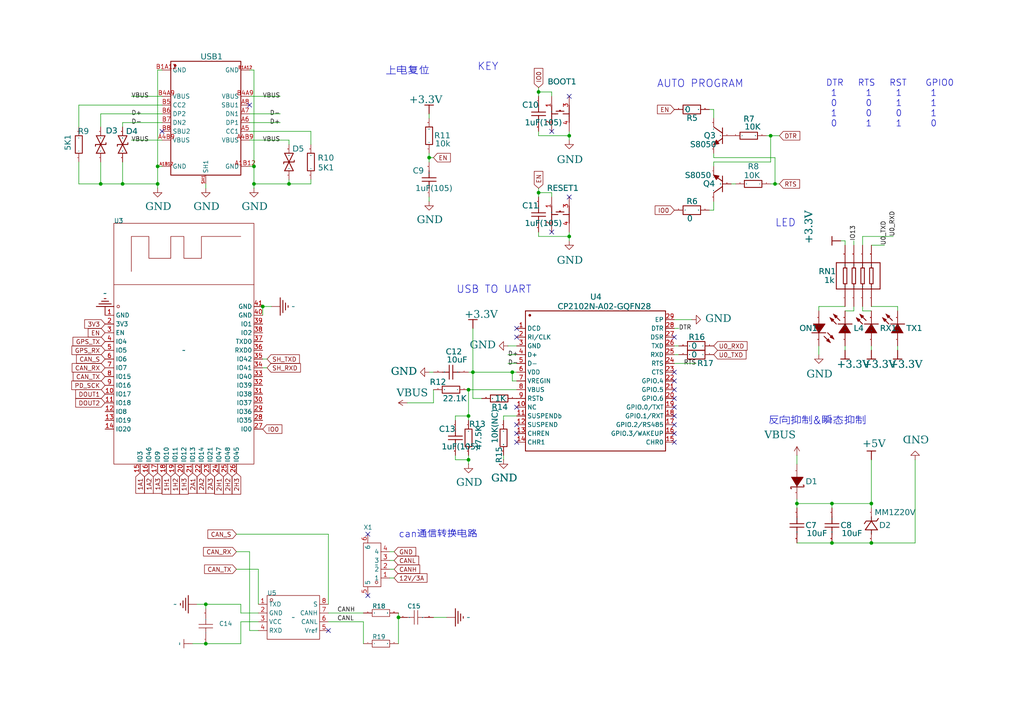
<source format=kicad_sch>
(kicad_sch (version 20231120) (generator "eeschema") (generator_version "8.0")
  (paper "A4")
  (lib_symbols
    (symbol "3V3" (power) (pin_numbers hide) (pin_names hide)
      (property "Value" "3V3" (at 0 3.81 0))
      (symbol "3V3_0_0"
        (pin power_in line (at 0 0 270) (length 0) (name "3V3") (number "1"))
      )
    )
    (symbol "C0402X5R105K500NT"
      (property "Reference" "C12" (at -4.699 3.3909 0))
      (property "Value" "1uF" (at -4.572 -1.6637 0))
      (symbol "C0402X5R105K500NT_0_0"
        (pin unspecified line (at 0 -5.08 90) (length 2.54) (name "1") (number "1"))
        (pin unspecified line (at 0 5.08 270) (length 2.54) (name "2") (number "2"))
      )
    )
    (symbol "C0402X5R105K500NT_1"
      (property "Reference" "C3" (at -4.699 3.3909 0))
      (property "Value" "1uF" (at -4.572 -1.6637 0))
      (symbol "C0402X5R105K500NT_1_0_0"
        (pin unspecified line (at 0 -5.08 90) (length 2.54) (name "1") (number "1"))
        (pin unspecified line (at 0 5.08 270) (length 2.54) (name "2") (number "2"))
      )
    )
    (symbol "C0603X5R106M350NT"
      (property "Reference" "C11" (at -1.4986 6.7691 0))
      (property "Value" "10uF" (at -1.4986 4.4831 0))
      (symbol "C0603X5R106M350NT_0_0"
        (pin unspecified line (at 5.08 0 180) (length 2.54) (name "1") (number "1"))
        (pin unspecified line (at -5.08 0 0) (length 2.54) (name "2") (number "2"))
      )
    )
    (symbol "C0603X5R106M350NT_1"
      (property "Reference" "C1" (at 2.54 0.8763 0))
      (property "Value" "10uF" (at 2.54 -1.4097 0))
      (symbol "C0603X5R106M350NT_1_0_0"
        (pin unspecified line (at 0 5.08 270) (length 2.54) (name "1") (number "1"))
        (pin unspecified line (at 0 -5.08 90) (length 2.54) (name "2") (number "2"))
      )
    )
    (symbol "C0603X5R106M350NT_2"
      (property "Reference" "C2" (at 2.54 0.8763 0))
      (property "Value" "10uF" (at 2.54 -1.4097 0))
      (symbol "C0603X5R106M350NT_2_0_0"
        (pin unspecified line (at 0 5.08 270) (length 2.54) (name "1") (number "1"))
        (pin unspecified line (at 0 -5.08 90) (length 2.54) (name "2") (number "2"))
      )
    )
    (symbol "C0603X5R106M350NT_8"
      (property "Reference" "C4" (at -4.699 3.4163 0))
      (property "Value" "1uF" (at -4.572 -1.6383 0))
      (symbol "C0603X5R106M350NT_8_0_0"
        (pin unspecified line (at 0 5.08 270) (length 2.54) (name "1") (number "1"))
        (pin unspecified line (at 0 -5.08 90) (length 2.54) (name "2") (number "2"))
      )
    )
    (symbol "C0603X5R106M350NT_9"
      (property "Reference" "C5" (at -4.699 3.4163 0))
      (property "Value" "1uF" (at -4.572 -1.6383 0))
      (symbol "C0603X5R106M350NT_9_0_0"
        (pin unspecified line (at 0 5.08 270) (length 2.54) (name "1") (number "1"))
        (pin unspecified line (at 0 -5.08 90) (length 2.54) (name "2") (number "2"))
      )
    )
    (symbol "CP2102N-A02-GQFN28"
      (property "Reference" "U8" (at -1.4986 25.2095 0))
      (property "Value" "CP2102N-A02-GQFN28" (at -12.7508 22.4917 0))
      (symbol "CP2102N-A02-GQFN28_0_0"
        (pin unspecified line (at -22.86 15.24 0) (length 2.54) (name "DCD") (number "1"))
        (pin unspecified line (at -22.86 -7.62 0) (length 2.54) (name "NC") (number "10"))
        (pin unspecified line (at -22.86 -10.16 0) (length 2.54) (name "SUSPENDb") (number "11"))
        (pin unspecified line (at -22.86 -12.7 0) (length 2.54) (name "SUSPEND") (number "12"))
        (pin unspecified line (at -22.86 -15.24 0) (length 2.54) (name "CHREN") (number "13"))
        (pin unspecified line (at -22.86 -17.78 0) (length 2.54) (name "CHR1") (number "14"))
        (pin unspecified line (at 22.86 -17.78 180) (length 2.54) (name "CHR0") (number "15"))
        (pin unspecified line (at 22.86 -15.24 180) (length 2.54) (name "GPIO.3/WAKEUP") (number "16"))
        (pin unspecified line (at 22.86 -12.7 180) (length 2.54) (name "GPIO.2/RS485") (number "17"))
        (pin unspecified line (at 22.86 -10.16 180) (length 2.54) (name "GPIO.1/RXT") (number "18"))
        (pin unspecified line (at 22.86 -7.62 180) (length 2.54) (name "GPIO.0/TXT") (number "19"))
        (pin unspecified line (at -22.86 12.7 0) (length 2.54) (name "RI/CLK") (number "2"))
        (pin unspecified line (at 22.86 -5.08 180) (length 2.54) (name "GPIO.6") (number "20"))
        (pin unspecified line (at 22.86 -2.54 180) (length 2.54) (name "GPIO.5") (number "21"))
        (pin unspecified line (at 22.86 0 180) (length 2.54) (name "GPIO.4") (number "22"))
        (pin unspecified line (at 22.86 2.54 180) (length 2.54) (name "CTS") (number "23"))
        (pin unspecified line (at 22.86 5.08 180) (length 2.54) (name "RTS") (number "24"))
        (pin unspecified line (at 22.86 7.62 180) (length 2.54) (name "RXD") (number "25"))
        (pin unspecified line (at 22.86 10.16 180) (length 2.54) (name "TXD") (number "26"))
        (pin unspecified line (at 22.86 12.7 180) (length 2.54) (name "DSR") (number "27"))
        (pin unspecified line (at 22.86 15.24 180) (length 2.54) (name "DTR") (number "28"))
        (pin unspecified line (at 22.86 17.78 180) (length 2.54) (name "EP") (number "29"))
        (pin unspecified line (at -22.86 10.16 0) (length 2.54) (name "GND") (number "3"))
        (pin unspecified line (at -22.86 7.62 0) (length 2.54) (name "D+") (number "4"))
        (pin unspecified line (at -22.86 5.08 0) (length 2.54) (name "D-") (number "5"))
        (pin unspecified line (at -22.86 2.54 0) (length 2.54) (name "VDD") (number "6"))
        (pin unspecified line (at -22.86 0 0) (length 2.54) (name "VREGIN") (number "7"))
        (pin unspecified line (at -22.86 -2.54 0) (length 2.54) (name "VBUS") (number "8"))
        (pin unspecified line (at -22.86 -5.08 0) (length 2.54) (name "RSTb") (number "9"))
      )
    )
    (symbol "CR0402JF0101G"
      (property "Reference" "R2" (at -0.2286 4.6609 0))
      (property "Value" "5K1" (at -0.8763 -2.1082 90))
      (symbol "CR0402JF0101G_0_0"
        (pin input line (at 0 -5.08 90) (length 2.54) (name "1") (number "1"))
        (pin input line (at 0 5.08 270) (length 2.54) (name "2") (number "2"))
      )
    )
    (symbol "CR0402JF0101G_1"
      (property "Reference" "R1" (at -4.0386 2.1209 0))
      (property "Value" "5K1" (at -5.9182 -0.3937 0))
      (symbol "CR0402JF0101G_1_0_0"
        (pin input line (at 0 -5.08 90) (length 2.54) (name "1") (number "1"))
        (pin input line (at 0 5.08 270) (length 2.54) (name "2") (number "2"))
      )
    )
    (symbol "CR0402JF0101G_12"
      (property "Reference" "R16" (at -7.239 2.1209 0))
      (property "Value" "22.1K" (at -2.7432 -1.6637 0))
      (symbol "CR0402JF0101G_12_0_0"
        (pin input line (at 5.08 0 180) (length 2.54) (name "1") (number "1"))
        (pin input line (at -5.08 0 0) (length 2.54) (name "2") (number "2"))
      )
    )
    (symbol "CR0402JF0101G_13"
      (property "Reference" "R17" (at 1.6256 -0.3937 0))
      (property "Value" "47.5K" (at 0.7112 -2.9337 0))
      (symbol "CR0402JF0101G_13_0_0"
        (pin input line (at 0 -5.08 90) (length 2.54) (name "1") (number "1"))
        (pin input line (at 0 5.08 270) (length 2.54) (name "2") (number "2"))
      )
    )
    (symbol "CR0402JF0101G_14"
      (property "Reference" "R5" (at 1.524 0.8763 0))
      (property "Value" "10kΩ" (at 1.524 -1.4097 0))
      (symbol "CR0402JF0101G_14_0_0"
        (pin input line (at 0 -5.08 90) (length 2.54) (name "1") (number "1"))
        (pin input line (at 0 5.08 270) (length 2.54) (name "2") (number "2"))
      )
    )
    (symbol "CR0402JF0101G_2"
      (property "Reference" "R6" (at -1.4986 5.7023 0))
      (property "Value" "10KΩ" (at -1.4986 3.4671 0))
      (symbol "CR0402JF0101G_2_0_0"
        (pin input line (at -5.08 0 0) (length 2.54) (name "1") (number "1"))
        (pin input line (at 5.08 0 180) (length 2.54) (name "2") (number "2"))
      )
    )
    (symbol "CR0402JF0101G_3"
      (property "Reference" "R7" (at -1.4986 5.8801 0))
      (property "Value" "10KΩ" (at -2.9718 3.3401 0))
      (symbol "CR0402JF0101G_3_0_0"
        (pin input line (at -5.08 0 0) (length 2.54) (name "1") (number "1"))
        (pin input line (at 5.08 0 180) (length 2.54) (name "2") (number "2"))
      )
    )
    (symbol "CR0402JF0101G_6"
      (property "Reference" "R18" (at -2.1209 -7.239 90))
      (property "Value" "10K(NC)" (at -3.3909 -2.0574 90))
      (symbol "CR0402JF0101G_6_0_0"
        (pin input line (at 0 -5.08 90) (length 2.54) (name "1") (number "1"))
        (pin input line (at 0 5.08 270) (length 2.54) (name "2") (number "2"))
      )
    )
    (symbol "CR0402JF0101G_7"
      (property "Reference" "R15" (at -2.159 -1.6637 0))
      (property "Value" "1K" (at -1.4478 0.8763 0))
      (symbol "CR0402JF0101G_7_0_0"
        (pin input line (at 5.08 0 180) (length 2.54) (name "1") (number "1"))
        (pin input line (at -5.08 0 0) (length 2.54) (name "2") (number "2"))
      )
    )
    (symbol "ESP_3V3" (power) (pin_numbers hide) (pin_names hide)
      (property "Value" "ESP_3V3" (at 0 3.81 0))
      (symbol "ESP_3V3_0_0"
        (pin power_in line (at 0 0 270) (length 0) (name "ESP_3V3") (number "1"))
      )
    )
    (symbol "LED-0603_R"
      (property "Reference" "ON" (at -5.588 0.8763 0))
      (symbol "LED-0603_R_0_0"
        (pin unspecified line (at 0 5.08 270) (length 3.81) (name "1") (number "1"))
        (pin unspecified line (at 0 -5.08 90) (length 3.81) (name "2") (number "2"))
      )
    )
    (symbol "LED-0603_R_1"
      (property "Reference" "L" (at 2.54 0.8763 0))
      (symbol "LED-0603_R_1_0_0"
        (pin unspecified line (at 0 -5.08 90) (length 3.81) (name "1") (number "1"))
        (pin unspecified line (at 0 5.08 270) (length 3.81) (name "2") (number "2"))
      )
    )
    (symbol "LED-0603_R_2"
      (property "Reference" "RX" (at 2.54 0.8763 0))
      (symbol "LED-0603_R_2_0_0"
        (pin unspecified line (at 0 -5.08 90) (length 3.81) (name "1") (number "1"))
        (pin unspecified line (at 0 5.08 270) (length 3.81) (name "2") (number "2"))
      )
    )
    (symbol "LED-0603_R_3"
      (property "Reference" "TX" (at 2.54 0.8763 0))
      (symbol "LED-0603_R_3_0_0"
        (pin unspecified line (at 0 -5.08 90) (length 3.81) (name "1") (number "1"))
        (pin unspecified line (at 0 5.08 270) (length 3.81) (name "2") (number "2"))
      )
    )
    (symbol "LESD5D5.0CT1G_3"
      (property "Reference" "D4" (at 1.016 4.6609 0))
      (symbol "LESD5D5.0CT1G_3_0_0"
        (pin unspecified line (at 0 -5.08 90) (length 2.54) (name "1") (number "1"))
        (pin unspecified line (at 0 5.08 270) (length 2.54) (name "2") (number "2"))
      )
    )
    (symbol "LESD5D5.0CT1G_4"
      (property "Reference" "D3" (at 1.016 4.6609 0))
      (symbol "LESD5D5.0CT1G_4_0_0"
        (pin unspecified line (at 0 -5.08 90) (length 2.54) (name "1") (number "1"))
        (pin unspecified line (at 0 5.08 270) (length 2.54) (name "2") (number "2"))
      )
    )
    (symbol "LESD5D5.0CT1G_5"
      (property "Reference" "D2" (at 1.016 4.6609 0))
      (symbol "LESD5D5.0CT1G_5_0_0"
        (pin unspecified line (at 0 -5.08 90) (length 2.54) (name "1") (number "1"))
        (pin unspecified line (at 0 5.08 270) (length 2.54) (name "2") (number "2"))
      )
    )
    (symbol "MBR120VLSFT1G"
      (property "Reference" "D1" (at 2.54 0.8763 0))
      (symbol "MBR120VLSFT1G_0_0"
        (pin unspecified line (at 0 -5.08 90) (length 3.81) (name "K") (number "1"))
        (pin unspecified line (at 0 5.08 270) (length 3.81) (name "A") (number "2"))
      )
    )
    (symbol "MM1Z20V"
      (property "Reference" "D9" (at 2.286 0.8763 0))
      (property "Value" "MM1Z20V" (at 0.8636 4.6609 0))
      (symbol "MM1Z20V_0_0"
        (pin unspecified line (at 0 5.08 270) (length 2.54) (name "K") (number "1"))
        (pin unspecified line (at 0 -5.08 90) (length 2.54) (name "A") (number "2"))
      )
    )
    (symbol "PTFR0603B649KP9"
      (property "Reference" "R8" (at -1.4986 -1.6637 0))
      (property "Value" "0Ω" (at -2.1336 0.8763 0))
      (symbol "PTFR0603B649KP9_0_0"
        (pin unspecified line (at 5.08 0 180) (length 2.54) (name "1") (number "1"))
        (pin unspecified line (at -5.08 0 0) (length 2.54) (name "2") (number "2"))
      )
    )
    (symbol "PTFR0603B649KP9_1"
      (property "Reference" "R9" (at -1.4986 3.3909 0))
      (property "Value" "0Ω" (at -1.524 0.8763 0))
      (symbol "PTFR0603B649KP9_1_0_0"
        (pin unspecified line (at 5.08 0 180) (length 2.54) (name "1") (number "1"))
        (pin unspecified line (at -5.08 0 0) (length 2.54) (name "2") (number "2"))
      )
    )
    (symbol "PTFR0603B649KP9_2"
      (property "Reference" "R19" (at -2.159 3.3909 0))
      (property "Value" "0Ω" (at -1.524 0.8763 0))
      (symbol "PTFR0603B649KP9_2_0_0"
        (pin unspecified line (at 5.08 0 180) (length 2.54) (name "1") (number "1"))
        (pin unspecified line (at -5.08 0 0) (length 2.54) (name "2") (number "2"))
      )
    )
    (symbol "PTFR0603B649KP9_3"
      (property "Reference" "R20" (at 0.3556 -1.6637 0))
      (property "Value" "0Ω" (at -1.524 0.8763 0))
      (symbol "PTFR0603B649KP9_3_0_0"
        (pin unspecified line (at 5.08 0 180) (length 2.54) (name "1") (number "1"))
        (pin unspecified line (at -5.08 0 0) (length 2.54) (name "2") (number "2"))
      )
    )
    (symbol "ProDoc_CAN-easyedapro:5-Voltage" (power) (pin_numbers hide) (pin_names hide)
      (symbol "5-Voltage_1_0"
        (pin power_in line (at 0 0 90) (length 1.27) (name "") (number "1"))
      )
    )
    (symbol "ProDoc_CAN-easyedapro:AFC20-S04ACA-00"
      (property "Reference" "X" (at 0 0 0))
      (symbol "AFC20-S04ACA-00_1_0"
        (pin unspecified line (at -3.81 3.81 0) (length 2.54) (name "1") (number "1"))
        (pin unspecified line (at -3.81 1.27 0) (length 2.54) (name "2") (number "2"))
        (pin unspecified line (at -3.81 -1.27 0) (length 2.54) (name "3") (number "3"))
        (pin unspecified line (at -3.81 -3.81 0) (length 2.54) (name "4") (number "4"))
        (pin unspecified line (at 2.54 8.89 270) (length 2.54) (name "5") (number "5"))
        (pin unspecified line (at 2.54 -8.89 90) (length 2.54) (name "6") (number "6"))
      )
    )
    (symbol "ProDoc_CAN-easyedapro:CapAcitance"
      (symbol "CapAcitance_1_0"
        (pin input line (at -5.08 0 0) (length 2.54) (name "1") (number "1"))
        (pin input line (at 5.08 0 180) (length 2.54) (name "2") (number "2"))
      )
    )
    (symbol "ProDoc_CAN-easyedapro:Ground-GND" (power) (pin_numbers hide) (pin_names hide)
      (symbol "Ground-GND_1_0"
        (pin power_in line (at 0 0 270) (length 2.54) (name "") (number "1"))
      )
    )
    (symbol "ProDoc_CAN-easyedapro:TJA1050T/CM-YJLTY"
      (property "Reference" "U" (at 0 0 0))
      (symbol "TJA1050T/CM-YJLTY_1_0"
        (pin input line (at -10.16 3.81 0) (length 2.54) (name "TXD") (number "1"))
        (pin input line (at -10.16 1.27 0) (length 2.54) (name "GND") (number "2"))
        (pin input line (at -10.16 -1.27 0) (length 2.54) (name "VCC") (number "3"))
        (pin input line (at -10.16 -3.81 0) (length 2.54) (name "RXD") (number "4"))
        (pin input line (at 10.16 -3.81 180) (length 2.54) (name "Vref") (number "5"))
        (pin input line (at 10.16 -1.27 180) (length 2.54) (name "CANL") (number "6"))
        (pin input line (at 10.16 1.27 180) (length 2.54) (name "CANH") (number "7"))
        (pin input line (at 10.16 3.81 180) (length 2.54) (name "S") (number "8"))
      )
    )
    (symbol "ProDoc_CAN-easyedapro:电阻"
      (symbol "电阻_1_0"
        (pin input line (at -5.08 0 0) (length 2.54) (name "1") (number "1"))
        (pin input line (at 5.08 0 180) (length 2.54) (name "2") (number "2"))
      )
    )
    (symbol "ProDoc_Sch-easyedapro:Ground-GND" (power) (pin_numbers hide) (pin_names hide)
      (symbol "Ground-GND_1_0"
        (pin power_in line (at 0 0 270) (length 2.54) (name "") (number "1"))
      )
    )
    (symbol "ProDoc_Sch-easyedapro:esp32-s3-wroom-1(n16)"
      (property "Reference" "U" (at 0 0 0))
      (symbol "esp32-s3-wroom-1(n16)_1_0"
        (pin unspecified line (at -22.86 10.16 0) (length 2.54) (name "GND") (number "1"))
        (pin unspecified line (at -22.86 -12.7 0) (length 2.54) (name "IO17") (number "10"))
        (pin unspecified line (at -22.86 -15.24 0) (length 2.54) (name "IO18") (number "11"))
        (pin unspecified line (at -22.86 -17.78 0) (length 2.54) (name "IO8") (number "12"))
        (pin unspecified line (at -22.86 -20.32 0) (length 2.54) (name "IO19") (number "13"))
        (pin unspecified line (at -22.86 -22.86 0) (length 2.54) (name "IO20") (number "14"))
        (pin unspecified line (at -12.7 -35.56 90) (length 2.54) (name "IO3") (number "15"))
        (pin unspecified line (at -10.16 -35.56 90) (length 2.54) (name "IO46") (number "16"))
        (pin unspecified line (at -7.62 -35.56 90) (length 2.54) (name "IO9") (number "17"))
        (pin unspecified line (at -5.08 -35.56 90) (length 2.54) (name "IO10") (number "18"))
        (pin unspecified line (at -2.54 -35.56 90) (length 2.54) (name "IO11") (number "19"))
        (pin unspecified line (at -22.86 7.62 0) (length 2.54) (name "3V3") (number "2"))
        (pin unspecified line (at 0 -35.56 90) (length 2.54) (name "IO12") (number "20"))
        (pin unspecified line (at 2.54 -35.56 90) (length 2.54) (name "IO13") (number "21"))
        (pin unspecified line (at 5.08 -35.56 90) (length 2.54) (name "IO14") (number "22"))
        (pin unspecified line (at 7.62 -35.56 90) (length 2.54) (name "IO21") (number "23"))
        (pin unspecified line (at 10.16 -35.56 90) (length 2.54) (name "IO47") (number "24"))
        (pin unspecified line (at 12.7 -35.56 90) (length 2.54) (name "IO48") (number "25"))
        (pin unspecified line (at 15.24 -35.56 90) (length 2.54) (name "IO45") (number "26"))
        (pin unspecified line (at 22.86 -22.86 180) (length 2.54) (name "IO0") (number "27"))
        (pin unspecified line (at 22.86 -20.32 180) (length 2.54) (name "IO35") (number "28"))
        (pin unspecified line (at 22.86 -17.78 180) (length 2.54) (name "IO36") (number "29"))
        (pin unspecified line (at -22.86 5.08 0) (length 2.54) (name "EN") (number "3"))
        (pin unspecified line (at 22.86 -15.24 180) (length 2.54) (name "IO37") (number "30"))
        (pin unspecified line (at 22.86 -12.7 180) (length 2.54) (name "IO38") (number "31"))
        (pin unspecified line (at 22.86 -10.16 180) (length 2.54) (name "IO39") (number "32"))
        (pin unspecified line (at 22.86 -7.62 180) (length 2.54) (name "IO40") (number "33"))
        (pin unspecified line (at 22.86 -5.08 180) (length 2.54) (name "IO41") (number "34"))
        (pin unspecified line (at 22.86 -2.54 180) (length 2.54) (name "IO42") (number "35"))
        (pin unspecified line (at 22.86 0 180) (length 2.54) (name "RXD0") (number "36"))
        (pin unspecified line (at 22.86 2.54 180) (length 2.54) (name "TXD0") (number "37"))
        (pin unspecified line (at 22.86 5.08 180) (length 2.54) (name "IO2") (number "38"))
        (pin unspecified line (at 22.86 7.62 180) (length 2.54) (name "IO1") (number "39"))
        (pin unspecified line (at -22.86 2.54 0) (length 2.54) (name "IO4") (number "4"))
        (pin unspecified line (at 22.86 10.16 180) (length 2.54) (name "GND") (number "40"))
        (pin unspecified line (at 22.86 12.7 180) (length 2.54) (name "GND") (number "41"))
        (pin unspecified line (at -22.86 0 0) (length 2.54) (name "IO5") (number "5"))
        (pin unspecified line (at -22.86 -2.54 0) (length 2.54) (name "IO6") (number "6"))
        (pin unspecified line (at -22.86 -5.08 0) (length 2.54) (name "IO7") (number "7"))
        (pin unspecified line (at -22.86 -7.62 0) (length 2.54) (name "IO15") (number "8"))
        (pin unspecified line (at -22.86 -10.16 0) (length 2.54) (name "IO16") (number "9"))
      )
    )
    (symbol "RC-ML08W102JT"
      (property "Reference" "RN1" (at -6.5024 2.1209 0))
      (property "Value" "1kΩ" (at -6.731 -0.3937 0))
      (symbol "RC-ML08W102JT_0_0"
        (pin input line (at 3.81 -8.89 90) (length 5.08) (name "1") (number "1"))
        (pin input line (at 1.27 -8.89 90) (length 5.08) (name "2") (number "2"))
        (pin input line (at -1.27 -8.89 90) (length 5.08) (name "3") (number "3"))
        (pin input line (at -3.81 -8.89 90) (length 5.08) (name "4") (number "4"))
        (pin input line (at -3.81 8.89 270) (length 5.08) (name "5") (number "5"))
        (pin input line (at -1.27 8.89 270) (length 5.08) (name "6") (number "6"))
        (pin input line (at 1.27 8.89 270) (length 5.08) (name "7") (number "7"))
        (pin input line (at 3.81 8.89 270) (length 5.08) (name "8") (number "8"))
      )
    )
    (symbol "S8050"
      (property "Reference" "Q1" (at -5.3848 0.9017 0))
      (property "Value" "S8050" (at -9.7536 -1.6383 0))
      (symbol "S8050_0_0"
        (pin input line (at 2.54 0 180) (length 2.54) (name "B") (number "1"))
        (pin input line (at -2.54 -5.08 90) (length 2.54) (name "E") (number "2"))
        (pin input line (at -2.54 5.08 270) (length 2.54) (name "C") (number "3"))
      )
    )
    (symbol "S8050_1"
      (property "Reference" "Q2" (at -2.2098 0.9017 0))
      (property "Value" "S8050" (at -2.921 3.3909 0))
      (symbol "S8050_1_0_0"
        (pin input line (at 2.54 0 180) (length 2.54) (name "B") (number "1"))
        (pin input line (at -2.54 5.08 270) (length 2.54) (name "E") (number "2"))
        (pin input line (at -2.54 -5.08 90) (length 2.54) (name "C") (number "3"))
      )
    )
    (symbol "TS-1145-B-A"
      (property "Reference" "BOOT" (at 2.0828 8.4963 0))
      (symbol "TS-1145-B-A_0_0"
        (pin unspecified line (at -2.54 5.08 270) (length 5.08) (name "1") (number "1"))
        (pin unspecified line (at -2.54 -5.08 90) (length 5.08) (name "2") (number "2"))
        (pin unspecified line (at 2.54 5.08 270) (length 5.08) (name "3") (number "3"))
        (pin unspecified line (at 2.54 -5.08 90) (length 5.08) (name "4") (number "4"))
      )
    )
    (symbol "TS-1145-B-A_1"
      (property "Reference" "RESET" (at 5.207 8.4963 0))
      (symbol "TS-1145-B-A_1_0_0"
        (pin unspecified line (at -2.54 5.08 270) (length 5.08) (name "1") (number "1"))
        (pin unspecified line (at -2.54 -5.08 90) (length 5.08) (name "2") (number "2"))
        (pin unspecified line (at 2.54 5.08 270) (length 5.08) (name "3") (number "3"))
        (pin unspecified line (at 2.54 -5.08 90) (length 5.08) (name "4") (number "4"))
      )
    )
    (symbol "U263-163N-4OS1735"
      (property "Reference" "USB1" (at -1.4986 19.9517 0))
      (symbol "U263-163N-4OS1735_0_0"
        (pin unspecified line (at 12.7 -2.54 180) (length 2.54) (name "CC1") (number "A5"))
        (pin unspecified line (at 12.7 0 180) (length 2.54) (name "DP1") (number "A6"))
        (pin unspecified line (at 12.7 2.54 180) (length 2.54) (name "DN1") (number "A7"))
        (pin unspecified line (at 12.7 5.08 180) (length 2.54) (name "SBU1") (number "A8"))
        (pin unspecified line (at -12.7 5.08 0) (length 2.54) (name "CC2") (number "B5"))
        (pin unspecified line (at -12.7 2.54 0) (length 2.54) (name "DP2") (number "B6"))
        (pin unspecified line (at -12.7 0 0) (length 2.54) (name "DN2") (number "B7"))
        (pin unspecified line (at -12.7 -2.54 0) (length 2.54) (name "SBU2") (number "B8"))
        (pin unspecified line (at 0 -17.78 90) (length 2.54) (name "SH1") (number "SH1"))
      )
      (symbol "U263-163N-4OS1735_1_0"
        (pin unspecified line (at -12.7 -12.7 0) (length 2.54) (name "GND") (number "A1B12"))
        (pin unspecified line (at 12.7 -12.7 180) (length 2.54) (name "GND") (number "A1B12"))
        (pin unspecified line (at -12.7 -5.08 0) (length 2.54) (name "VBUS") (number "A4B9"))
        (pin unspecified line (at 12.7 -5.08 180) (length 2.54) (name "VBUS") (number "A4B9"))
        (pin unspecified line (at -12.7 15.24 0) (length 2.54) (name "GND") (number "B1A12"))
        (pin unspecified line (at 12.7 15.24 180) (length 2.54) (name "GND") (number "B1A12"))
        (pin unspecified line (at -12.7 7.62 0) (length 2.54) (name "VBUS") (number "B4A9"))
        (pin unspecified line (at 12.7 7.62 180) (length 2.54) (name "VBUS") (number "B4A9"))
      )
    )
    (symbol "VIN" (power) (pin_numbers hide) (pin_names hide)
      (property "Value" "VIN" (at 0 3.81 0))
      (symbol "VIN_0_0"
        (pin power_in line (at 0 0 270) (length 0) (name "VIN") (number "1"))
      )
    )
    (symbol "power:GND" (power) (pin_numbers hide) (pin_names (offset 0) hide)
      (property "Value" "GND" (at 0 -3.81 0))
      (symbol "GND_1_1"
        (pin power_in line (at 0 0 270) (length 0) (name "~") (number "1"))
      )
    )
    (symbol "power:VBUS" (power) (pin_numbers hide) (pin_names (offset 0) hide)
      (property "Value" "VBUS" (at 0 3.556 0))
      (symbol "VBUS_1_1"
        (pin power_in line (at 0 0 90) (length 0) (name "~") (number "1"))
      )
    )
  )
  (junction (at 224.79 53.34))
  (junction (at 29.21 53.34))
  (junction (at 124.46 45.72))
  (junction (at 241.3 146.05))
  (junction (at 115.57 179.07))
  (junction (at 156.21 26.67))
  (junction (at 135.89 133.35))
  (junction (at 35.56 53.34))
  (junction (at 165.1 68.58))
  (junction (at 73.66 48.26))
  (junction (at 231.14 146.05))
  (junction (at 135.89 113.03))
  (junction (at 165.1 39.37))
  (junction (at 59.69 186.69))
  (junction (at 59.69 175.26))
  (junction (at 148.59 107.95))
  (junction (at 76.2 88.9))
  (junction (at 252.73 157.48))
  (junction (at 45.72 53.34))
  (junction (at 223.52 39.37))
  (junction (at 83.82 53.34))
  (junction (at 156.21 55.88))
  (junction (at 45.72 48.26))
  (junction (at 252.73 146.05))
  (junction (at 241.3 157.48))
  (junction (at 135.89 120.65))
  (junction (at 137.16 107.95))
  (junction (at 73.66 53.34))
  (no_connect (at 195.58 115.57))
  (no_connect (at 195.58 113.03))
  (no_connect (at 195.58 125.73))
  (no_connect (at 46.99 38.1))
  (no_connect (at 106.68 154.94))
  (no_connect (at 149.86 95.25))
  (no_connect (at 149.86 125.73))
  (no_connect (at 195.58 123.19))
  (no_connect (at 165.1 57.15))
  (no_connect (at 195.58 107.95))
  (no_connect (at 195.58 110.49))
  (no_connect (at 95.25 182.88))
  (no_connect (at 195.58 128.27))
  (no_connect (at 106.68 172.72))
  (no_connect (at 149.86 97.79))
  (no_connect (at 195.58 118.11))
  (no_connect (at 149.86 123.19))
  (no_connect (at 195.58 97.79))
  (no_connect (at 165.1 27.94))
  (no_connect (at 149.86 118.11))
  (no_connect (at 160.02 67.31))
  (no_connect (at 195.58 120.65))
  (no_connect (at 72.39 30.48))
  (no_connect (at 149.86 128.27))
  (no_connect (at 160.02 38.1))
  (wire (pts (xy 207.01 31.75) (xy 205.74 31.75)))
  (wire (pts (xy 129.54 179.07) (xy 125.73 179.07)))
  (wire (pts (xy 59.69 53.34) (xy 59.69 54.61)))
  (wire (pts (xy 165.1 68.58) (xy 165.1 69.85)))
  (wire (pts (xy 74.93 165.1) (xy 74.93 175.26)))
  (wire (pts (xy 223.52 39.37) (xy 226.06 39.37)))
  (wire (pts (xy 125.73 116.84) (xy 118.11 116.84)))
  (wire (pts (xy 105.41 180.34) (xy 105.41 186.69)))
  (wire (pts (xy 72.39 27.94) (xy 81.28 27.94)))
  (wire (pts (xy 149.86 110.49) (xy 148.59 110.49)))
  (wire (pts (xy 83.82 41.91) (xy 83.82 40.64)))
  (wire (pts (xy 224.79 45.72) (xy 224.79 53.34)))
  (wire (pts (xy 252.73 101.6) (xy 252.73 100.33)))
  (wire (pts (xy 78.74 88.9) (xy 76.2 88.9)))
  (wire (pts (xy 72.39 20.32) (xy 73.66 20.32)))
  (wire (pts (xy 132.08 121.92) (xy 132.08 120.65)))
  (wire (pts (xy 90.17 52.07) (xy 90.17 53.34)))
  (wire (pts (xy 35.56 36.83) (xy 35.56 35.56)))
  (wire (pts (xy 207.01 45.72) (xy 224.79 45.72)))
  (wire (pts (xy 114.3 165.1) (xy 113.03 165.1)))
  (wire (pts (xy 90.17 41.91) (xy 90.17 38.1)))
  (wire (pts (xy 22.86 53.34) (xy 29.21 53.34)))
  (wire (pts (xy 160.02 57.15) (xy 160.02 55.88)))
  (wire (pts (xy 73.66 53.34) (xy 83.82 53.34)))
  (wire (pts (xy 74.93 180.34) (xy 69.85 180.34)))
  (wire (pts (xy 125.73 107.95) (xy 124.46 107.95)))
  (wire (pts (xy 22.86 46.99) (xy 22.86 53.34)))
  (wire (pts (xy 137.16 95.25) (xy 137.16 107.95)))
  (wire (pts (xy 29.21 33.02) (xy 46.99 33.02)))
  (wire (pts (xy 69.85 186.69) (xy 59.69 186.69)))
  (wire (pts (xy 68.58 154.94) (xy 95.25 154.94)))
  (wire (pts (xy 252.73 90.17) (xy 250.19 90.17)))
  (wire (pts (xy 247.65 69.85) (xy 247.65 71.12)))
  (wire (pts (xy 124.46 33.02) (xy 124.46 34.29)))
  (wire (pts (xy 135.89 132.08) (xy 135.89 133.35)))
  (wire (pts (xy 95.25 180.34) (xy 105.41 180.34)))
  (wire (pts (xy 207.01 48.26) (xy 207.01 46.99)))
  (wire (pts (xy 139.7 115.57) (xy 137.16 115.57)))
  (wire (pts (xy 46.99 48.26) (xy 45.72 48.26)))
  (wire (pts (xy 243.84 69.85) (xy 245.11 69.85)))
  (wire (pts (xy 68.58 165.1) (xy 74.93 165.1)))
  (wire (pts (xy 95.25 154.94) (xy 95.25 175.26)))
  (wire (pts (xy 256.54 71.12) (xy 252.73 71.12)))
  (wire (pts (xy 114.3 167.64) (xy 113.03 167.64)))
  (wire (pts (xy 245.11 90.17) (xy 247.65 90.17)))
  (wire (pts (xy 137.16 107.95) (xy 135.89 107.95)))
  (wire (pts (xy 124.46 57.15) (xy 124.46 58.42)))
  (wire (pts (xy 72.39 182.88) (xy 74.93 182.88)))
  (wire (pts (xy 76.2 88.9) (xy 76.2 91.44)))
  (wire (pts (xy 196.85 102.87) (xy 195.58 102.87)))
  (wire (pts (xy 226.06 53.34) (xy 224.79 53.34)))
  (wire (pts (xy 196.85 100.33) (xy 195.58 100.33)))
  (wire (pts (xy 72.39 48.26) (xy 73.66 48.26)))
  (wire (pts (xy 207.01 46.99) (xy 223.52 46.99)))
  (wire (pts (xy 250.19 90.17) (xy 250.19 88.9)))
  (wire (pts (xy 35.56 53.34) (xy 35.56 46.99)))
  (wire (pts (xy 146.05 133.35) (xy 146.05 132.08)))
  (wire (pts (xy 114.3 160.02) (xy 113.03 160.02)))
  (wire (pts (xy 83.82 52.07) (xy 83.82 53.34)))
  (wire (pts (xy 200.66 92.71) (xy 195.58 92.71)))
  (wire (pts (xy 265.43 133.35) (xy 265.43 157.48)))
  (wire (pts (xy 45.72 20.32) (xy 45.72 48.26)))
  (wire (pts (xy 55.88 186.69) (xy 59.69 186.69)))
  (wire (pts (xy 81.28 35.56) (xy 72.39 35.56)))
  (wire (pts (xy 69.85 175.26) (xy 69.85 177.8)))
  (wire (pts (xy 259.08 68.58) (xy 250.19 68.58)))
  (wire (pts (xy 265.43 157.48) (xy 252.73 157.48)))
  (wire (pts (xy 231.14 146.05) (xy 241.3 146.05)))
  (wire (pts (xy 72.39 40.64) (xy 83.82 40.64)))
  (wire (pts (xy 156.21 54.61) (xy 156.21 55.88)))
  (wire (pts (xy 69.85 186.69) (xy 69.85 180.34)))
  (wire (pts (xy 68.58 160.02) (xy 72.39 160.02)))
  (wire (pts (xy 247.65 88.9) (xy 247.65 90.17)))
  (wire (pts (xy 147.32 100.33) (xy 149.86 100.33)))
  (wire (pts (xy 29.21 46.99) (xy 29.21 53.34)))
  (wire (pts (xy 114.3 162.56) (xy 113.03 162.56)))
  (wire (pts (xy 125.73 113.03) (xy 125.73 116.84)))
  (wire (pts (xy 156.21 38.1) (xy 156.21 39.37)))
  (wire (pts (xy 237.49 100.33) (xy 237.49 102.87)))
  (wire (pts (xy 22.86 30.48) (xy 46.99 30.48)))
  (wire (pts (xy 132.08 120.65) (xy 135.89 120.65)))
  (wire (pts (xy 148.59 110.49) (xy 148.59 107.95)))
  (wire (pts (xy 213.36 53.34) (xy 212.09 53.34)))
  (wire (pts (xy 115.57 179.07) (xy 115.57 186.69)))
  (wire (pts (xy 260.35 88.9) (xy 260.35 90.17)))
  (wire (pts (xy 207.01 58.42) (xy 207.01 60.96)))
  (wire (pts (xy 224.79 53.34) (xy 223.52 53.34)))
  (wire (pts (xy 156.21 67.31) (xy 156.21 68.58)))
  (wire (pts (xy 125.73 45.72) (xy 124.46 45.72)))
  (wire (pts (xy 38.1 40.64) (xy 46.99 40.64)))
  (wire (pts (xy 252.73 88.9) (xy 260.35 88.9)))
  (wire (pts (xy 59.69 175.26) (xy 59.69 176.53)))
  (wire (pts (xy 90.17 38.1) (xy 72.39 38.1)))
  (wire (pts (xy 241.3 157.48) (xy 231.14 157.48)))
  (wire (pts (xy 252.73 146.05) (xy 241.3 146.05)))
  (wire (pts (xy 147.32 105.41) (xy 149.86 105.41)))
  (wire (pts (xy 196.85 95.25) (xy 195.58 95.25)))
  (wire (pts (xy 95.25 177.8) (xy 105.41 177.8)))
  (wire (pts (xy 76.2 106.68) (xy 77.47 106.68)))
  (wire (pts (xy 160.02 26.67) (xy 156.21 26.67)))
  (wire (pts (xy 135.89 113.03) (xy 135.89 120.65)))
  (wire (pts (xy 237.49 88.9) (xy 245.11 88.9)))
  (wire (pts (xy 165.1 67.31) (xy 165.1 68.58)))
  (wire (pts (xy 156.21 68.58) (xy 165.1 68.58)))
  (wire (pts (xy 45.72 53.34) (xy 45.72 54.61)))
  (wire (pts (xy 57.15 175.26) (xy 59.69 175.26)))
  (wire (pts (xy 72.39 160.02) (xy 72.39 182.88)))
  (wire (pts (xy 156.21 25.4) (xy 156.21 26.67)))
  (wire (pts (xy 137.16 115.57) (xy 137.16 107.95)))
  (wire (pts (xy 76.2 104.14) (xy 77.47 104.14)))
  (wire (pts (xy 115.57 179.07) (xy 115.57 177.8)))
  (wire (pts (xy 135.89 133.35) (xy 135.89 134.62)))
  (wire (pts (xy 160.02 26.67) (xy 160.02 27.94)))
  (wire (pts (xy 135.89 121.92) (xy 135.89 120.65)))
  (wire (pts (xy 35.56 53.34) (xy 45.72 53.34)))
  (wire (pts (xy 83.82 53.34) (xy 90.17 53.34)))
  (wire (pts (xy 223.52 46.99) (xy 223.52 39.37)))
  (wire (pts (xy 156.21 26.67) (xy 156.21 27.94)))
  (wire (pts (xy 231.14 132.08) (xy 231.14 134.62)))
  (wire (pts (xy 73.66 20.32) (xy 73.66 48.26)))
  (wire (pts (xy 245.11 69.85) (xy 245.11 71.12)))
  (wire (pts (xy 69.85 177.8) (xy 74.93 177.8)))
  (wire (pts (xy 222.25 39.37) (xy 223.52 39.37)))
  (wire (pts (xy 231.14 147.32) (xy 231.14 146.05)))
  (wire (pts (xy 156.21 55.88) (xy 156.21 57.15)))
  (wire (pts (xy 29.21 53.34) (xy 35.56 53.34)))
  (wire (pts (xy 207.01 44.45) (xy 207.01 45.72)))
  (wire (pts (xy 252.73 147.32) (xy 252.73 146.05)))
  (wire (pts (xy 73.66 53.34) (xy 73.66 54.61)))
  (wire (pts (xy 146.05 121.92) (xy 146.05 120.65)))
  (wire (pts (xy 132.08 133.35) (xy 135.89 133.35)))
  (wire (pts (xy 165.1 39.37) (xy 165.1 40.64)))
  (wire (pts (xy 156.21 39.37) (xy 165.1 39.37)))
  (wire (pts (xy 237.49 88.9) (xy 237.49 90.17)))
  (wire (pts (xy 207.01 60.96) (xy 205.74 60.96)))
  (wire (pts (xy 132.08 132.08) (xy 132.08 133.35)))
  (wire (pts (xy 135.89 113.03) (xy 149.86 113.03)))
  (wire (pts (xy 38.1 27.94) (xy 46.99 27.94)))
  (wire (pts (xy 165.1 38.1) (xy 165.1 39.37)))
  (wire (pts (xy 245.11 101.6) (xy 245.11 100.33)))
  (wire (pts (xy 149.86 107.95) (xy 148.59 107.95)))
  (wire (pts (xy 29.21 36.83) (xy 29.21 33.02)))
  (wire (pts (xy 252.73 157.48) (xy 241.3 157.48)))
  (wire (pts (xy 35.56 35.56) (xy 46.99 35.56)))
  (wire (pts (xy 241.3 147.32) (xy 241.3 146.05)))
  (wire (pts (xy 260.35 101.6) (xy 260.35 100.33)))
  (wire (pts (xy 160.02 55.88) (xy 156.21 55.88)))
  (wire (pts (xy 22.86 36.83) (xy 22.86 30.48)))
  (wire (pts (xy 137.16 107.95) (xy 148.59 107.95)))
  (wire (pts (xy 147.32 102.87) (xy 149.86 102.87)))
  (wire (pts (xy 250.19 68.58) (xy 250.19 71.12)))
  (wire (pts (xy 59.69 175.26) (xy 69.85 175.26)))
  (wire (pts (xy 46.99 20.32) (xy 45.72 20.32)))
  (wire (pts (xy 73.66 48.26) (xy 73.66 53.34)))
  (wire (pts (xy 124.46 44.45) (xy 124.46 45.72)))
  (wire (pts (xy 45.72 48.26) (xy 45.72 53.34)))
  (wire (pts (xy 81.28 33.02) (xy 72.39 33.02)))
  (wire (pts (xy 146.05 120.65) (xy 149.86 120.65)))
  (wire (pts (xy 207.01 34.29) (xy 207.01 31.75)))
  (wire (pts (xy 124.46 45.72) (xy 124.46 46.99)))
  (wire (pts (xy 252.73 133.35) (xy 252.73 146.05)))
  (wire (pts (xy 231.14 144.78) (xy 231.14 146.05)))
  (wire (pts (xy 201.93 105.41) (xy 195.58 105.41)))
  (text "KEY" (at 138.43 18.1483 0) (effects (font (size 2.1717 2.1717)) (justify left top)))
  (text "LED" (at 224.79 63.5 0) (effects (font (size 2.1717 2.1717)) (justify left top)))
  (text "can通信转换电路" (at 115.57 156.21 0) (effects (font (size 1.9812 1.9812)) (justify left bottom)))
  (text "上电复位" (at 111.76 19.4183 0) (effects (font (size 2.1717 2.1717)) (justify left top)))
  (text "USB TO UART" (at 132.334 82.804 0) (effects (font (size 2.1717 2.1717)) (justify left top)))
  (text "反向抑制&瞬态抑制" (at 222.758 120.904 0) (effects (font (size 2.1717 2.1717)) (justify left top)))
  (text "DTR   RTS   RST	GPIO0\n 1      1     1      1\n 0      0     1      1\n 1      0     0      1\n 0      1     1      0" (at 239.522 23.114 0) (effects (font (size 1.8288 1.8288)) (justify left top)))
  (text "AUTO PROGRAM" (at 190.5 23.114 0) (effects (font (size 2.1717 2.1717)) (justify left top)))
  (label "IO13" (at 247.65 69.85 90))
  (label "U0_RXD" (at 259.08 68.58 90))
  (label "D-" (at 38.1 35.56 0))
  (label "VBUS" (at 38.1 27.94 0))
  (label "CANL" (at 97.79 180.34 0))
  (label "CANH" (at 97.79 177.8 0))
  (label "D-" (at 147.32 105.41 0))
  (label "VBUS" (at 38.1 40.64 0))
  (label "U0_TXD" (at 256.54 71.12 90))
  (label "" (at 115.57 179.705 90))
  (label "D+" (at 147.32 102.87 0))
  (label "D-" (at 81.28 33.02 180))
  (label "RTS" (at 201.93 105.41 180))
  (label "VBUS" (at 81.28 27.94 180))
  (label "VBUS" (at 81.28 40.64 180))
  (label "D+" (at 38.1 33.02 0))
  (label "DTR" (at 196.85 95.25 0))
  (label "D+" (at 81.28 35.56 180))
  (global_label "1A1" (shape input) (at 40.64 137.16 270) (property "Intersheetrefs" "${INTERSHEET_REFS}" (effects (hide yes))))
  (global_label "2A1" (shape input) (at 55.88 137.16 270) (property "Intersheetrefs" "${INTERSHEET_REFS}" (effects (hide yes))))
  (global_label "DOUT2" (shape input) (at 30.48 116.84 180) (property "Intersheetrefs" "${INTERSHEET_REFS}" (effects (hide yes))))
  (global_label "U0_TXD" (shape input) (at 207.01 102.87 0) (property "Intersheetrefs" "${INTERSHEET_REFS}" (effects (hide yes))))
  (global_label "SH_RXD" (shape input) (at 77.47 106.68 0) (property "Intersheetrefs" "${INTERSHEET_REFS}" (effects (hide yes))))
  (global_label "CANL" (shape input) (at 114.3 162.56 0) (property "Intersheetrefs" "${INTERSHEET_REFS}" (effects (hide yes))))
  (global_label "RTS" (shape input) (at 226.06 53.34 0) (property "Intersheetrefs" "${INTERSHEET_REFS}" (effects (hide yes))))
  (global_label "CAN_RX" (shape input) (at 68.58 160.02 180) (property "Intersheetrefs" "${INTERSHEET_REFS}" (effects (hide yes))))
  (global_label "CAN_S" (shape input) (at 30.48 104.14 180) (property "Intersheetrefs" "${INTERSHEET_REFS}" (effects (hide yes))))
  (global_label "DOUT1" (shape input) (at 30.48 114.3 180) (property "Intersheetrefs" "${INTERSHEET_REFS}" (effects (hide yes))))
  (global_label "EN" (shape input) (at 125.73 45.72 0) (property "Intersheetrefs" "${INTERSHEET_REFS}" (effects (hide yes))))
  (global_label "CAN_S" (shape input) (at 68.58 154.94 180) (property "Intersheetrefs" "${INTERSHEET_REFS}" (effects (hide yes))))
  (global_label "2H2" (shape input) (at 66.04 137.16 270) (property "Intersheetrefs" "${INTERSHEET_REFS}" (effects (hide yes))))
  (global_label "GND" (shape input) (at 114.3 160.02 0) (property "Intersheetrefs" "${INTERSHEET_REFS}" (effects (hide yes))))
  (global_label "1A2" (shape input) (at 43.18 137.16 270) (property "Intersheetrefs" "${INTERSHEET_REFS}" (effects (hide yes))))
  (global_label "2A2" (shape input) (at 58.42 137.16 270) (property "Intersheetrefs" "${INTERSHEET_REFS}" (effects (hide yes))))
  (global_label "U0_RXD" (shape input) (at 207.01 100.33 0) (property "Intersheetrefs" "${INTERSHEET_REFS}" (effects (hide yes))))
  (global_label "1A3" (shape input) (at 45.72 137.16 270) (property "Intersheetrefs" "${INTERSHEET_REFS}" (effects (hide yes))))
  (global_label "12V/3A" (shape input) (at 114.3 167.64 0) (property "Intersheetrefs" "${INTERSHEET_REFS}" (effects (hide yes))))
  (global_label "2H3" (shape input) (at 68.58 137.16 270) (property "Intersheetrefs" "${INTERSHEET_REFS}" (effects (hide yes))))
  (global_label "EN" (shape input) (at 30.48 96.52 180) (property "Intersheetrefs" "${INTERSHEET_REFS}" (effects (hide yes))))
  (global_label "CAN_RX" (shape input) (at 30.48 106.68 180) (property "Intersheetrefs" "${INTERSHEET_REFS}" (effects (hide yes))))
  (global_label "IO0" (shape input) (at 156.21 25.4 90) (property "Intersheetrefs" "${INTERSHEET_REFS}" (effects (hide yes))))
  (global_label "SH_TXD" (shape input) (at 77.47 104.14 0) (property "Intersheetrefs" "${INTERSHEET_REFS}" (effects (hide yes))))
  (global_label "2H1" (shape input) (at 63.5 137.16 270) (property "Intersheetrefs" "${INTERSHEET_REFS}" (effects (hide yes))))
  (global_label "EN" (shape input) (at 156.21 54.61 90) (property "Intersheetrefs" "${INTERSHEET_REFS}" (effects (hide yes))))
  (global_label "3V3" (shape input) (at 30.48 93.98 180) (property "Intersheetrefs" "${INTERSHEET_REFS}" (effects (hide yes))))
  (global_label "2A3" (shape input) (at 60.96 137.16 270) (property "Intersheetrefs" "${INTERSHEET_REFS}" (effects (hide yes))))
  (global_label "IO0" (shape input) (at 76.2 124.46 0) (property "Intersheetrefs" "${INTERSHEET_REFS}" (effects (hide yes))))
  (global_label "CAN_TX" (shape input) (at 68.58 165.1 180) (property "Intersheetrefs" "${INTERSHEET_REFS}" (effects (hide yes))))
  (global_label "GPS_RX" (shape input) (at 30.48 101.6 180) (property "Intersheetrefs" "${INTERSHEET_REFS}" (effects (hide yes))))
  (global_label "IO0" (shape input) (at 195.58 60.96 180) (property "Intersheetrefs" "${INTERSHEET_REFS}" (effects (hide yes))))
  (global_label "EN" (shape input) (at 195.58 31.75 180) (property "Intersheetrefs" "${INTERSHEET_REFS}" (effects (hide yes))))
  (global_label "1H1" (shape input) (at 48.26 137.16 270) (property "Intersheetrefs" "${INTERSHEET_REFS}" (effects (hide yes))))
  (global_label "1H2" (shape input) (at 50.8 137.16 270) (property "Intersheetrefs" "${INTERSHEET_REFS}" (effects (hide yes))))
  (global_label "CANH" (shape input) (at 114.3 165.1 0) (property "Intersheetrefs" "${INTERSHEET_REFS}" (effects (hide yes))))
  (global_label "CAN_TX" (shape input) (at 30.48 109.22 180) (property "Intersheetrefs" "${INTERSHEET_REFS}" (effects (hide yes))))
  (global_label "GPS_TX" (shape input) (at 30.48 99.06 180) (property "Intersheetrefs" "${INTERSHEET_REFS}" (effects (hide yes))))
  (global_label "1H3" (shape input) (at 53.34 137.16 270) (property "Intersheetrefs" "${INTERSHEET_REFS}" (effects (hide yes))))
  (global_label "PD_SCK" (shape input) (at 30.48 111.76 180) (property "Intersheetrefs" "${INTERSHEET_REFS}" (effects (hide yes))))
  (global_label "DTR" (shape input) (at 226.06 39.37 0) (property "Intersheetrefs" "${INTERSHEET_REFS}" (effects (hide yes))))
  (symbol (lib_id "power:GND") (at 200.66 92.71 90) (unit 0)
    (property "Reference" "#PWR066" (effects (hide yes)))
    (property "Value" "GND" (at 204.851 93.7006 -90) (effects (font (size 2.1717 2.1717)) (justify left bottom)))
    (property "Description" "Power symbol creates a global label with name \"GND\" , ground" (effects (hide yes)))
  )
  (symbol (lib_id "3V3") (at 252.73 101.6 0) (mirror y) (unit 0)
    (property "Reference" "#PWR016" (effects (hide yes)))
    (property "Value" "+3.3V" (at 250.0884 106.9848 0) (effects (font (size 2.1717 2.1717)) (justify right bottom)))
    (property "Description" "电源符号创建名为 '3V3' 的全局标签" (effects (hide yes)))
  )
  (symbol (lib_id "power:GND") (at 147.32 100.33 270) (unit 0)
    (property "Reference" "#PWR065" (effects (hide yes)))
    (property "Value" "GND" (at 136.525 101.346 -270) (effects (font (size 2.1717 2.1717)) (justify left bottom)))
    (property "Description" "Power symbol creates a global label with name \"GND\" , ground" (effects (hide yes)))
  )
  (symbol (lib_id "TS-1145-B-A_1") (at 162.56 62.23 0) (unit 1)
    (property "Reference" "RESET1" (at 167.767 53.7337 0) (effects (font (size 1.6891 1.6891)) (justify right top)))
    (property "Value" "TS-1145-B-A" (effects (hide yes)))
    (property "Footprint" "Library:SW-SMD_4P-L4.2-W3.2-P2.15-LS4.6-2" (effects (hide yes)))
    (property "Manufacturer Part" "TS-1145-B-A" (effects (hide yes)))
    (property "Manufacturer" "XKB Connectivity(中国星坤)" (effects (hide yes)))
    (property "Supplier Part" "C561524" (effects (hide yes)))
    (property "Supplier" "LCSC" (effects (hide yes)))
  )
  (symbol (lib_id "power:GND") (at 237.49 102.87 0) (unit 0)
    (property "Reference" "#PWR013" (effects (hide yes)))
    (property "Value" "GND" (at 234.188 109.8042 0) (effects (font (size 2.1717 2.1717)) (justify left bottom)))
    (property "Description" "Power symbol creates a global label with name \"GND\" , ground" (effects (hide yes)))
  )
  (symbol (lib_id "TS-1145-B-A") (at 162.56 33.02 0) (unit 0)
    (property "Reference" "BOOT1" (at 167.132 22.86 0) (effects (font (size 1.6891 1.6891)) (justify right top)))
    (property "Value" "TS-1145-B-A" (effects (hide yes)))
    (property "Footprint" "Library:SW-SMD_4P-L4.2-W3.2-P2.15-LS4.6-2" (effects (hide yes)))
    (property "Manufacturer Part" "TS-1145-B-A" (effects (hide yes)))
    (property "Manufacturer" "XKB Connectivity(中国星坤)" (effects (hide yes)))
    (property "Supplier Part" "C561524" (effects (hide yes)))
    (property "Supplier" "LCSC" (effects (hide yes)))
  )
  (symbol (lib_id "C0603X5R106M350NT") (at 130.81 107.95 0) (unit 0)
    (property "Reference" "C12" (at 129.3114 101.1809 0) (effects (font (size 1.6891 1.6891)) (justify left top)))
    (property "Value" "10uF" (at 129.3114 103.4669 0) (effects (font (size 1.6891 1.6891)) (justify left top)))
    (property "Footprint" "Capacitor_SMD:C_1206_3216Metric" (effects (hide yes)))
    (property "Manufacturer Part" "C0603X5R106M350NT" (effects (hide yes)))
    (property "Manufacturer" "SANYEAR(叁叶源)" (effects (hide yes)))
    (property "Supplier Part" "C2844392" (effects (hide yes)))
    (property "Supplier" "LCSC" (effects (hide yes)))
  )
  (symbol (lib_id "ProDoc_CAN-easyedapro:电阻") (at 110.49 177.8 0) (unit 1)
    (property "Reference" "R18" (at 107.95 176.53 0) (effects (justify left bottom)))
    (property "Value" "60" (effects (hide yes)))
    (property "Footprint" "ProDoc_CAN-easyedapro:R0603" (effects (hide yes)))
  )
  (symbol (lib_id "LESD5D5.0CT1G_5") (at 83.82 46.99 0) (unit 0)
    (property "Reference" "D5" (at 84.836 42.3291 0) (effects (font (size 1.6891 1.6891)) (justify left top)))
    (property "Value" "LESD5D5.0CT1G" (effects (hide yes)))
    (property "Footprint" "footprints:SOD-523_L1.2-W0.8-LS1.6-BI" (effects (hide yes)))
    (property "Manufacturer Part" "LESD5D5.0CT1G" (effects (hide yes)))
    (property "Manufacturer" "Leshan Radio" (effects (hide yes)))
    (property "Supplier Part" "C383211" (effects (hide yes)))
    (property "Supplier" "LCSC" (effects (hide yes)))
  )
  (symbol (lib_id "C0402X5R105K500NT_1") (at 124.46 52.07 0) (unit 0)
    (property "Reference" "C9" (at 119.761 48.6791 0) (effects (font (size 1.6891 1.6891)) (justify left top)))
    (property "Value" "1uF(105)" (at 119.888 53.7337 0) (effects (font (size 1.6891 1.6891)) (justify left top)))
    (property "Footprint" "Capacitor_SMD:C_0402_1005Metric" (effects (hide yes)))
    (property "Manufacturer Part" "C0402X5R105K500NT" (effects (hide yes)))
    (property "Manufacturer" "SANYEAR(叁叶源)" (effects (hide yes)))
    (property "Supplier Part" "C2886389" (effects (hide yes)))
    (property "Supplier" "LCSC" (effects (hide yes)))
  )
  (symbol (lib_id "CR0402JF0101G_2") (at 217.17 39.37 0) (unit 0)
    (property "Reference" "R7" (at 215.6714 33.6677 0) (effects (font (size 1.6891 1.6891)) (justify left top)))
    (property "Value" "10K" (at 215.6714 35.9029 0) (effects (font (size 1.6891 1.6891)) (justify left top)))
    (property "Footprint" "lceda:R0402" (effects (hide yes)))
    (property "Manufacturer Part" "CR0402JF0101G" (effects (hide yes)))
    (property "Manufacturer" "LIZ" (effects (hide yes)))
    (property "Supplier Part" "C100570" (effects (hide yes)))
    (property "Supplier" "LCSC" (effects (hide yes)))
  )
  (symbol (lib_id "CR0402JF0101G_7") (at 144.78 115.57 0) (unit 0)
    (property "Reference" "R14" (at 142.621 117.2337 0) (effects (font (size 1.6891 1.6891)) (justify left top)))
    (property "Value" "1K" (at 143.3322 114.6937 0) (effects (font (size 1.6891 1.6891)) (justify left top)))
    (property "Footprint" "lceda:R0402" (effects (hide yes)))
    (property "Manufacturer Part" "CR0402JF0101G" (effects (hide yes)))
    (property "Manufacturer" "LIZ" (effects (hide yes)))
    (property "Supplier Part" "C100570" (effects (hide yes)))
    (property "Supplier" "LCSC" (effects (hide yes)))
  )
  (symbol (lib_id "MM1Z20V") (at 252.73 152.4 0) (unit 0)
    (property "Reference" "D2" (at 255.016 151.5237 0) (effects (font (size 1.6891 1.6891)) (justify left top)))
    (property "Value" "MM1Z20V" (at 253.5936 147.7391 0) (effects (font (size 1.6891 1.6891)) (justify left top)))
    (property "Footprint" "lceda:SOD-123_L2.8-W1.8-LS3.7-RD" (effects (hide yes)))
    (property "Manufacturer Part" "MM1Z20V" (effects (hide yes)))
    (property "Manufacturer" "JF(吉福)" (effects (hide yes)))
    (property "Supplier Part" "C501699" (effects (hide yes)))
    (property "Supplier" "LCSC" (effects (hide yes)))
  )
  (symbol (lib_id "U263-163N-4OS1735") (at 59.69 35.56 0) (unit 1)
    (property "Reference" "USB1" (at 58.1914 15.6083 0) (effects (font (size 1.6891 1.6891)) (justify left top)))
    (property "Value" "U263-163N-4OS1735" (effects (hide yes)))
    (property "Footprint" "footprints:USB-C-SMD_U263-163N-4GS1735" (effects (hide yes)))
    (property "Datasheet" "https://atta.szlcsc.com/upload/public/pdf/source/20211215/D777AAC9FA67A227A25094451B68E75F.pdf" (effects (hide yes)))
    (property "Manufacturer Part" "U263-163N-4OS1735" (effects (hide yes)))
    (property "Manufacturer" "XKB Connectivity(中国星坤)" (effects (hide yes)))
    (property "Supplier Part" "C2931472" (effects (hide yes)))
    (property "Supplier" "LCSC" (effects (hide yes)))
  )
  (symbol (lib_id "ProDoc_CAN-easyedapro:CapAcitance") (at 59.69 181.61 90) (unit 1)
    (property "Reference" "C14" (at 63.5 181.61 90) (effects (justify right top)))
    (property "Value" "0.1uF/25V" (effects (hide yes)))
    (property "Footprint" "ProDoc_CAN-easyedapro:C0603" (effects (hide yes)))
  )
  (symbol (lib_id "ProDoc_CAN-easyedapro:TJA1050T/CM-YJLTY") (at 85.09 179.07 0) (unit 1)
    (property "Reference" "U5" (at 77.47 172.72 0) (effects (justify left bottom)))
    (property "Value" "~" (at 85.09 179.07 0))
    (property "Footprint" "ProDoc_CAN-easyedapro:SOIC-8_L4.9-W3.9-P1.27-LS6.0-BL" (effects (hide yes)))
    (property "Manufacturer Part" "TJA1050T/CM-YJLTY" (effects (hide yes)))
    (property "Supplier Part" "C2911428" (effects (hide yes)))
    (property "Supplier" "LCSC" (effects (hide yes)))
    (property "LCSC Part Name" "TJA1050T/CM-YJLTY" (effects (hide yes)))
  )
  (symbol (lib_id "3V3") (at 137.16 95.25 0) (mirror x) (unit 0)
    (property "Reference" "#PWR063" (effects (hide yes)))
    (property "Value" "+3.3V" (at 134.5184 92.5068 0) (effects (font (size 2.1717 2.1717)) (justify left top)))
    (property "Description" "电源符号创建名为 '3V3' 的全局标签" (effects (hide yes)))
  )
  (symbol (lib_id "power:VBUS") (at 231.14 132.08 0) (mirror y) (unit 0)
    (property "Reference" "#PWR018" (effects (hide yes)))
    (property "Value" "VBUS" (at 230.632 124.968 0) (effects (font (size 2.1717 2.1717)) (justify left top)))
    (property "Description" "Power symbol creates a global label with name \"VBUS\"" (effects (hide yes)))
  )
  (symbol (lib_id "power:GND") (at 59.69 54.61 0) (unit 0)
    (property "Reference" "#PWR022" (effects (hide yes)))
    (property "Value" "GND" (at 56.388 61.214 0) (effects (font (size 2.1717 2.1717)) (justify left bottom)))
    (property "Description" "Power symbol creates a global label with name \"GND\" , ground" (effects (hide yes)))
  )
  (symbol (lib_id "S8050_1") (at 209.55 53.34 0) (unit 0)
    (property "Reference" "Q4" (at 207.3402 52.4383 0) (effects (font (size 1.6891 1.6891)) (justify right top)))
    (property "Value" "S8050" (at 206.629 49.9491 0) (effects (font (size 1.6891 1.6891)) (justify right top)))
    (property "Footprint" "lceda:SOT-23-3_L2.9-W1.3-P1.90-LS2.4-BR" (effects (hide yes)))
    (property "Manufacturer Part" "S8050" (effects (hide yes)))
    (property "Manufacturer" "WPMtek(维攀微)" (effects (hide yes)))
    (property "Supplier Part" "C2688231" (effects (hide yes)))
    (property "Supplier" "LCSC" (effects (hide yes)))
  )
  (symbol (lib_id "CR0402JF0101G_12") (at 130.81 113.03 0) (unit 0)
    (property "Reference" "R12" (at 124.714 109.982 0) (effects (font (size 1.6891 1.6891)) (justify left top)))
    (property "Value" "22.1K" (at 128.0668 114.6937 0) (effects (font (size 1.6891 1.6891)) (justify left top)))
    (property "Footprint" "lceda:R0402" (effects (hide yes)))
    (property "Manufacturer Part" "CR0402JF0101G" (effects (hide yes)))
    (property "Manufacturer" "LIZ" (effects (hide yes)))
    (property "Supplier Part" "C100570" (effects (hide yes)))
    (property "Supplier" "LCSC" (effects (hide yes)))
  )
  (symbol (lib_id "power:GND") (at 265.43 133.35 180) (unit 0)
    (property "Reference" "#PWR020" (effects (hide yes)))
    (property "Value" "GND" (at 262.128 128.4986 -180) (effects (font (size 2.1717 2.1717)) (justify left bottom)))
    (property "Description" "Power symbol creates a global label with name \"GND\" , ground" (effects (hide yes)))
  )
  (symbol (lib_id "ProDoc_Sch-easyedapro:esp32-s3-wroom-1(n16)") (at 53.34 101.6 0) (unit 1)
    (property "Reference" "U3" (at 33.02 64.77 0) (effects (justify left bottom)))
    (property "Value" "~" (at 53.34 101.6 0))
    (property "Footprint" "ProDoc_Sch-easyedapro:WIRELM-SMD_ESP32-S3-WROOM-1" (effects (hide yes)))
    (property "Datasheet" "https://atta.szlcsc.com/upload/public/pdf/source/20220628/A2AC12B3C87735CAEB7EBE2DBE80936C.pdf" (effects (hide yes)))
    (property "Manufacturer Part" "ESP32-S3-WROOM-1-N16" (effects (hide yes)))
    (property "Manufacturer" "ESPRESSIF(乐鑫)" (effects (hide yes)))
    (property "Supplier Part" "C2913199" (effects (hide yes)))
    (property "Supplier" "LCSC" (effects (hide yes)))
    (property "LCSC Part Name" "通用型Wi-Fi+低功耗蓝牙MCU模组" (effects (hide yes)))
  )
  (symbol (lib_id "ProDoc_CAN-easyedapro:电阻") (at 110.49 186.69 0) (unit 1)
    (property "Reference" "R19" (at 107.95 185.42 0) (effects (justify left bottom)))
    (property "Value" "60" (effects (hide yes)))
    (property "Footprint" "ProDoc_CAN-easyedapro:R0603" (effects (hide yes)))
  )
  (symbol (lib_id "VIN") (at 252.73 133.35 0) (mirror x) (unit 0)
    (property "Reference" "#PWR019" (effects (hide yes)))
    (property "Value" "+5V" (at 250.0122 129.9972 0) (effects (font (size 2.1717 2.1717)) (justify left top)))
    (property "Description" "电源符号创建名为 'VIN' 的全局标签" (effects (hide yes)))
  )
  (symbol (lib_id "power:GND") (at 124.46 107.95 270) (unit 0)
    (property "Reference" "#PWR061" (effects (hide yes)))
    (property "Value" "GND" (at 113.665 109.0168 -270) (effects (font (size 2.1717 2.1717)) (justify left bottom)))
    (property "Description" "Power symbol creates a global label with name \"GND\" , ground" (effects (hide yes)))
  )
  (symbol (lib_id "CR0402JF0101G_3") (at 218.44 53.34 0) (unit 0)
    (property "Reference" "R8" (at 216.9414 47.4599 0) (effects (font (size 1.6891 1.6891)) (justify left top)))
    (property "Value" "10K" (at 215.4682 49.9999 0) (effects (font (size 1.6891 1.6891)) (justify left top)))
    (property "Footprint" "lceda:R0402" (effects (hide yes)))
    (property "Manufacturer Part" "CR0402JF0101G" (effects (hide yes)))
    (property "Manufacturer" "LIZ" (effects (hide yes)))
    (property "Supplier Part" "C100570" (effects (hide yes)))
    (property "Supplier" "LCSC" (effects (hide yes)))
  )
  (symbol (lib_id "C0402X5R105K500NT") (at 132.08 127 0) (unit 0)
    (property "Reference" "C13" (at 127.381 123.6091 0) (effects (font (size 1.6891 1.6891)) (justify left top)))
    (property "Value" "1uF(105)" (at 127.508 128.6637 0) (effects (font (size 1.6891 1.6891)) (justify left top)))
    (property "Footprint" "Capacitor_SMD:C_0402_1005Metric" (effects (hide yes)))
    (property "Manufacturer Part" "C0402X5R105K500NT" (effects (hide yes)))
    (property "Manufacturer" "SANYEAR(叁叶源)" (effects (hide yes)))
    (property "Supplier Part" "C2886389" (effects (hide yes)))
    (property "Supplier" "LCSC" (effects (hide yes)))
  )
  (symbol (lib_id "LESD5D5.0CT1G_4") (at 29.21 41.91 0) (unit 1)
    (property "Reference" "D3" (at 30.734 37.084 0) (effects (font (size 1.6891 1.6891)) (justify left top)))
    (property "Value" "LESD5D5.0CT1G" (effects (hide yes)))
    (property "Footprint" "footprints:SOD-523_L1.2-W0.8-LS1.6-BI" (effects (hide yes)))
    (property "Manufacturer Part" "LESD5D5.0CT1G" (effects (hide yes)))
    (property "Manufacturer" "Leshan Radio" (effects (hide yes)))
    (property "Supplier Part" "C383211" (effects (hide yes)))
    (property "Supplier" "LCSC" (effects (hide yes)))
  )
  (symbol (lib_id "PTFR0603B649KP9_2") (at 201.93 100.33 0) (unit 0)
    (property "Reference" "R16" (at 199.771 96.9391 0) (effects (font (size 1.6891 1.6891)) (justify left top)))
    (property "Value" "0" (at 200.406 99.4537 0) (effects (font (size 1.6891 1.6891)) (justify left top)))
    (property "Footprint" "Resistor_SMD:R_0201_0603Metric" (effects (hide yes)))
    (property "Manufacturer Part" "PTFR0603B649KP9" (effects (hide yes)))
    (property "Manufacturer" "RESI(开步睿思）" (effects (hide yes)))
    (property "Supplier Part" "C2849080" (effects (hide yes)))
    (property "Supplier" "LCSC" (effects (hide yes)))
  )
  (symbol (lib_id "C0603X5R106M350NT_1") (at 231.14 152.4 0) (unit 0)
    (property "Reference" "C7" (at 233.68 151.5237 0) (effects (font (size 1.6891 1.6891)) (justify left top)))
    (property "Value" "10uF" (at 233.68 153.8097 0) (effects (font (size 1.6891 1.6891)) (justify left top)))
    (property "Footprint" "Capacitor_SMD:C_1206_3216Metric" (effects (hide yes)))
    (property "Manufacturer Part" "C0603X5R106M350NT" (effects (hide yes)))
    (property "Manufacturer" "SANYEAR(叁叶源)" (effects (hide yes)))
    (property "Supplier Part" "C2844392" (effects (hide yes)))
    (property "Supplier" "LCSC" (effects (hide yes)))
  )
  (symbol (lib_id "power:GND") (at 165.1 40.64 0) (unit 0)
    (property "Reference" "#PWR028" (effects (hide yes)))
    (property "Value" "GND" (at 161.798 47.5996 0) (effects (font (size 2.1717 2.1717)) (justify left bottom)))
    (property "Description" "Power symbol creates a global label with name \"GND\" , ground" (effects (hide yes)))
  )
  (symbol (lib_id "PTFR0603B649KP9_1") (at 200.66 60.96 0) (unit 1)
    (property "Reference" "R6" (at 199.1614 57.5691 0) (effects (font (size 1.6891 1.6891)) (justify left top)))
    (property "Value" "0" (at 199.136 62.484 0) (effects (font (size 1.6891 1.6891)) (justify left top)))
    (property "Footprint" "Resistor_SMD:R_0201_0603Metric" (effects (hide yes)))
    (property "Manufacturer Part" "PTFR0603B649KP9" (effects (hide yes)))
    (property "Manufacturer" "RESI(开步睿思）" (effects (hide yes)))
    (property "Supplier Part" "C2849080" (effects (hide yes)))
    (property "Supplier" "LCSC" (effects (hide yes)))
  )
  (symbol (lib_id "LESD5D5.0CT1G_3") (at 35.56 41.91 0) (unit 0)
    (property "Reference" "D4" (at 36.576 37.2491 0) (effects (font (size 1.6891 1.6891)) (justify left top)))
    (property "Value" "LESD5D5.0CT1G" (effects (hide yes)))
    (property "Footprint" "footprints:SOD-523_L1.2-W0.8-LS1.6-BI" (effects (hide yes)))
    (property "Manufacturer Part" "LESD5D5.0CT1G" (effects (hide yes)))
    (property "Manufacturer" "Leshan Radio" (effects (hide yes)))
    (property "Supplier Part" "C383211" (effects (hide yes)))
    (property "Supplier" "LCSC" (effects (hide yes)))
  )
  (symbol (lib_id "ESP_3V3") (at 124.46 33.02 0) (mirror x) (unit 0)
    (property "Reference" "#PWR026" (effects (hide yes)))
    (property "Value" "+3.3V" (at 118.4402 30.226 0) (effects (font (size 2.1717 2.1717)) (justify left top)))
    (property "Description" "电源符号创建名为 'ESP_3V3' 的全局标签" (effects (hide yes)))
  )
  (symbol (lib_id "3V3") (at 245.11 101.6 0) (mirror y) (unit 0)
    (property "Reference" "#PWR015" (effects (hide yes)))
    (property "Value" "+3.3V" (at 242.4684 106.9848 0) (effects (font (size 2.1717 2.1717)) (justify right bottom)))
    (property "Description" "电源符号创建名为 '3V3' 的全局标签" (effects (hide yes)))
  )
  (symbol (lib_id "C0603X5R106M350NT_2") (at 241.3 152.4 0) (unit 0)
    (property "Reference" "C8" (at 243.84 151.5237 0) (effects (font (size 1.6891 1.6891)) (justify left top)))
    (property "Value" "10uF" (at 243.84 153.8097 0) (effects (font (size 1.6891 1.6891)) (justify left top)))
    (property "Footprint" "Capacitor_SMD:C_1206_3216Metric" (effects (hide yes)))
    (property "Manufacturer Part" "C0603X5R106M350NT" (effects (hide yes)))
    (property "Manufacturer" "SANYEAR(叁叶源)" (effects (hide yes)))
    (property "Supplier Part" "C2844392" (effects (hide yes)))
    (property "Supplier" "LCSC" (effects (hide yes)))
  )
  (symbol (lib_id "power:GND") (at 135.89 134.62 0) (unit 0)
    (property "Reference" "#PWR062" (effects (hide yes)))
    (property "Value" "GND" (at 132.588 141.224 0) (effects (font (size 2.1717 2.1717)) (justify left bottom)))
    (property "Description" "Power symbol creates a global label with name \"GND\" , ground" (effects (hide yes)))
  )
  (symbol (lib_id "power:GND") (at 124.46 58.42 0) (unit 0)
    (property "Reference" "#PWR027" (effects (hide yes)))
    (property "Value" "GND" (at 121.158 65.024 0) (effects (font (size 2.1717 2.1717)) (justify left bottom)))
    (property "Description" "Power symbol creates a global label with name \"GND\" , ground" (effects (hide yes)))
  )
  (symbol (lib_id "power:GND") (at 146.05 133.35 0) (unit 0)
    (property "Reference" "#PWR064" (effects (hide yes)))
    (property "Value" "GND" (at 142.748 139.954 0) (effects (font (size 2.1717 2.1717)) (justify left bottom)))
    (property "Description" "Power symbol creates a global label with name \"GND\" , ground" (effects (hide yes)))
  )
  (symbol (lib_id "PTFR0603B649KP9_3") (at 201.93 102.87 0) (unit 1)
    (property "Reference" "R17" (at 202.2856 104.5337 0) (effects (font (size 1.6891 1.6891)) (justify left top)))
    (property "Value" "0" (at 200.406 101.9937 0) (effects (font (size 1.6891 1.6891)) (justify left top)))
    (property "Footprint" "Resistor_SMD:R_0201_0603Metric" (effects (hide yes)))
    (property "Manufacturer Part" "PTFR0603B649KP9" (effects (hide yes)))
    (property "Manufacturer" "RESI(开步睿思）" (effects (hide yes)))
    (property "Supplier Part" "C2849080" (effects (hide yes)))
    (property "Supplier" "LCSC" (effects (hide yes)))
  )
  (symbol (lib_id "CR0402JF0101G_1") (at 90.17 46.99 0) (unit 0)
    (property "Reference" "R10" (at 92.202 44.958 0) (effects (font (size 1.6891 1.6891)) (justify left top)))
    (property "Value" "5K1" (at 91.948 47.752 0) (effects (font (size 1.6891 1.6891)) (justify left top)))
    (property "Footprint" "lceda:R0402" (effects (hide yes)))
    (property "Manufacturer Part" "CR0402JF0101G" (effects (hide yes)))
    (property "Manufacturer" "LIZ" (effects (hide yes)))
    (property "Supplier Part" "C100570" (effects (hide yes)))
    (property "Supplier" "LCSC" (effects (hide yes)))
  )
  (symbol (lib_id "LED-0603_R_3") (at 260.35 95.25 0) (unit 1)
    (property "Reference" "TX1" (at 262.89 94.3737 0) (effects (font (size 1.6891 1.6891)) (justify left top)))
    (property "Value" "LED-0603_R" (effects (hide yes)))
    (property "Footprint" "footprints:LED0603-RD_WHITE" (effects (hide yes)))
    (property "Manufacturer Part" "19-217/R6C-AL1M2VY/3T" (effects (hide yes)))
    (property "Manufacturer" "EVERLIGHT(台湾亿光)" (effects (hide yes)))
    (property "Supplier Part" "C72044" (effects (hide yes)))
    (property "Supplier" "LCSC" (effects (hide yes)))
  )
  (symbol (lib_id "power:GND") (at 165.1 69.85 0) (unit 0)
    (property "Reference" "#PWR057" (effects (hide yes)))
    (property "Value" "GND" (at 161.798 76.8096 0) (effects (font (size 2.1717 2.1717)) (justify left bottom)))
    (property "Description" "Power symbol creates a global label with name \"GND\" , ground" (effects (hide yes)))
  )
  (symbol (lib_id "LED-0603_R_1") (at 245.11 95.25 0) (unit 1)
    (property "Reference" "L4" (at 247.65 94.3737 0) (effects (font (size 1.6891 1.6891)) (justify left top)))
    (property "Value" "LED-0603_R" (effects (hide yes)))
    (property "Footprint" "footprints:LED0603-RD_WHITE" (effects (hide yes)))
    (property "Manufacturer Part" "19-217/R6C-AL1M2VY/3T" (effects (hide yes)))
    (property "Manufacturer" "EVERLIGHT(台湾亿光)" (effects (hide yes)))
    (property "Supplier Part" "C72044" (effects (hide yes)))
    (property "Supplier" "LCSC" (effects (hide yes)))
  )
  (symbol (lib_id "ProDoc_Sch-easyedapro:Ground-GND") (at 78.74 88.9 90) (unit 1)
    (property "Reference" "#PWR025" (effects (hide yes)))
    (property "Value" "~" (at 85.09 88.9 90))
    (property "Footprint" "ProDoc_Sch-easyedapro:" (effects (hide yes)))
  )
  (symbol (lib_id "C0603X5R106M350NT_9") (at 156.21 62.23 0) (unit 0)
    (property "Reference" "C11" (at 151.511 58.8137 0) (effects (font (size 1.6891 1.6891)) (justify left top)))
    (property "Value" "1uF(105)" (at 151.638 63.8683 0) (effects (font (size 1.6891 1.6891)) (justify left top)))
    (property "Footprint" "Capacitor_SMD:C_0402_1005Metric" (effects (hide yes)))
    (property "Manufacturer Part" "C0603X5R106M350NT" (effects (hide yes)))
    (property "Manufacturer" "SANYEAR(叁叶源)" (effects (hide yes)))
    (property "Supplier Part" "C2844392" (effects (hide yes)))
    (property "Supplier" "LCSC" (effects (hide yes)))
  )
  (symbol (lib_id "CR0402JF0101G") (at 22.86 41.91 0) (unit 0)
    (property "Reference" "R9" (at 22.6314 37.2491 0) (effects (font (size 1.6891 1.6891)) (justify left top)))
    (property "Value" "5K1" (at 18.796 43.942 90) (effects (font (size 1.6891 1.6891)) (justify left top)))
    (property "Footprint" "lceda:R0402" (effects (hide yes)))
    (property "Manufacturer Part" "CR0402JF0101G" (effects (hide yes)))
    (property "Manufacturer" "LIZ" (effects (hide yes)))
    (property "Supplier Part" "C100570" (effects (hide yes)))
    (property "Supplier" "LCSC" (effects (hide yes)))
  )
  (symbol (lib_id "MBR120VLSFT1G") (at 231.14 139.7 0) (unit 1)
    (property "Reference" "D1" (at 233.68 138.8237 0) (effects (font (size 1.6891 1.6891)) (justify left top)))
    (property "Value" "MBR120VLSFT1G" (effects (hide yes)))
    (property "Footprint" "footprints:SOD-123F_L2.8-W1.8-LS3.7-RD" (effects (hide yes)))
    (property "Manufacturer Part" "MBR120VLSFT1G" (effects (hide yes)))
    (property "Manufacturer" "onsemi(安森美)" (effects (hide yes)))
    (property "Supplier Part" "C223608" (effects (hide yes)))
    (property "Supplier" "LCSC" (effects (hide yes)))
  )
  (symbol (lib_id "power:GND") (at 73.66 54.61 0) (unit 0)
    (property "Reference" "#PWR023" (effects (hide yes)))
    (property "Value" "GND" (at 70.358 61.214 0) (effects (font (size 2.1717 2.1717)) (justify left bottom)))
    (property "Description" "Power symbol creates a global label with name \"GND\" , ground" (effects (hide yes)))
  )
  (symbol (lib_id "S8050") (at 209.55 39.37 0) (unit 0)
    (property "Reference" "Q3" (at 204.1652 38.4683 0) (effects (font (size 1.6891 1.6891)) (justify left top)))
    (property "Value" "S8050" (at 199.7964 41.0083 0) (effects (font (size 1.6891 1.6891)) (justify left top)))
    (property "Footprint" "lceda:SOT-23-3_L2.9-W1.3-P1.90-LS2.4-BR" (effects (hide yes)))
    (property "Manufacturer Part" "S8050" (effects (hide yes)))
    (property "Manufacturer" "WPMtek(维攀微)" (effects (hide yes)))
    (property "Supplier Part" "C2688231" (effects (hide yes)))
    (property "Supplier" "LCSC" (effects (hide yes)))
  )
  (symbol (lib_id "3V3") (at 243.84 69.85 270) (mirror x) (unit 0)
    (property "Reference" "#PWR014" (effects (hide yes)))
    (property "Value" "+3.3V" (at 235.9152 70.8914 0) (effects (font (size 2.1717 2.1717)) (justify left top)))
    (property "Description" "电源符号创建名为 '3V3' 的全局标签" (effects (hide yes)))
  )
  (symbol (lib_id "CR0402JF0101G_6") (at 146.05 127 0) (unit 0)
    (property "Reference" "R15" (at 143.9291 134.239 90) (effects (font (size 1.6891 1.6891)) (justify left top)))
    (property "Value" "10K(NC)" (at 142.6591 129.0574 90) (effects (font (size 1.6891 1.6891)) (justify left top)))
    (property "Footprint" "lceda:R0402" (effects (hide yes)))
    (property "Manufacturer Part" "CR0402JF0101G" (effects (hide yes)))
    (property "Manufacturer" "LIZ" (effects (hide yes)))
    (property "Supplier Part" "C100570" (effects (hide yes)))
    (property "Supplier" "LCSC" (effects (hide yes)))
  )
  (symbol (lib_id "PTFR0603B649KP9") (at 200.66 31.75 0) (unit 1)
    (property "Reference" "R5" (at 199.1614 33.4137 0) (effects (font (size 1.6891 1.6891)) (justify left top)))
    (property "Value" "0" (at 198.5264 30.8737 0) (effects (font (size 1.6891 1.6891)) (justify left top)))
    (property "Footprint" "Resistor_SMD:R_0201_0603Metric" (effects (hide yes)))
    (property "Manufacturer Part" "PTFR0603B649KP9" (effects (hide yes)))
    (property "Manufacturer" "RESI(开步睿思）" (effects (hide yes)))
    (property "Supplier Part" "C2849080" (effects (hide yes)))
    (property "Supplier" "LCSC" (effects (hide yes)))
  )
  (symbol (lib_id "LED-0603_R") (at 237.49 95.25 0) (unit 1)
    (property "Reference" "ON1" (at 231.902 94.3737 0) (effects (font (size 1.6891 1.6891)) (justify left top)))
    (property "Value" "LED-0603_R" (effects (hide yes)))
    (property "Footprint" "footprints:LED0603-RD_WHITE" (effects (hide yes)))
    (property "Manufacturer Part" "19-217/R6C-AL1M2VY/3T" (effects (hide yes)))
    (property "Manufacturer" "EVERLIGHT(台湾亿光)" (effects (hide yes)))
    (property "Supplier Part" "C72044" (effects (hide yes)))
    (property "Supplier" "LCSC" (effects (hide yes)))
  )
  (symbol (lib_id "ProDoc_CAN-easyedapro:Ground-GND") (at 57.15 175.26 270) (unit 1)
    (property "Reference" "#PWR068" (effects (hide yes)))
    (property "Value" "~" (at 50.8 175.26 90))
    (property "Footprint" "ProDoc_CAN-easyedapro:" (effects (hide yes)))
  )
  (symbol (lib_id "3V3") (at 260.35 101.6 0) (mirror y) (unit 0)
    (property "Reference" "#PWR017" (effects (hide yes)))
    (property "Value" "+3.3V" (at 257.7084 106.9848 0) (effects (font (size 2.1717 2.1717)) (justify right bottom)))
    (property "Description" "电源符号创建名为 '3V3' 的全局标签" (effects (hide yes)))
  )
  (symbol (lib_id "RC-ML08W102JT") (at 248.92 80.01 0) (unit 1)
    (property "Reference" "RN1" (at 242.4176 77.8891 0) (effects (font (size 1.6891 1.6891)) (justify right top)))
    (property "Value" "1k" (at 242.189 80.4037 0) (effects (font (size 1.6891 1.6891)) (justify right top)))
    (property "Footprint" "lceda:RES-ARRAY-SMD_0603-8P-L3.2-W1.6-BL" (effects (hide yes)))
    (property "Manufacturer Part" "RC-ML08W102JT" (effects (hide yes)))
    (property "Manufacturer" "FH(风华)" (effects (hide yes)))
    (property "Supplier Part" "C160614" (effects (hide yes)))
    (property "Supplier" "LCSC" (effects (hide yes)))
  )
  (symbol (lib_id "ProDoc_CAN-easyedapro:5-Voltage") (at 55.88 186.69 90) (unit 1)
    (property "Reference" "#PWR067" (effects (hide yes)))
    (property "Value" "~" (at 52.07 186.69 0))
    (property "Footprint" "ProDoc_CAN-easyedapro:" (effects (hide yes)))
    (property "Description" "Power-5V" (effects (hide yes)))
  )
  (symbol (lib_id "power:VBUS") (at 118.11 116.84 90) (mirror x) (unit 0)
    (property "Reference" "#PWR058" (effects (hide yes)))
    (property "Value" "VBUS" (at 123.952 112.776 -90) (effects (font (size 2.1717 2.1717)) (justify right bottom)))
    (property "Description" "Power symbol creates a global label with name \"VBUS\"" (effects (hide yes)))
  )
  (symbol (lib_id "ProDoc_CAN-easyedapro:Ground-GND") (at 129.54 179.07 90) (unit 1)
    (property "Reference" "#PWR069" (effects (hide yes)))
    (property "Value" "~" (at 135.89 179.07 90))
    (property "Footprint" "ProDoc_CAN-easyedapro:" (effects (hide yes)))
  )
  (symbol (lib_id "ProDoc_CAN-easyedapro:CapAcitance") (at 120.65 179.07 0) (unit 1)
    (property "Reference" "C15" (at 118.11 176.53 0) (effects (justify left bottom)))
    (property "Value" "1uF/25V" (effects (hide yes)))
    (property "Footprint" "ProDoc_CAN-easyedapro:C0603" (effects (hide yes)))
  )
  (symbol (lib_id "power:GND") (at 45.72 54.61 0) (unit 0)
    (property "Reference" "#PWR021" (effects (hide yes)))
    (property "Value" "GND" (at 42.418 61.214 0) (effects (font (size 2.1717 2.1717)) (justify left bottom)))
    (property "Description" "Power symbol creates a global label with name \"GND\" , ground" (effects (hide yes)))
  )
  (symbol (lib_id "LED-0603_R_2") (at 252.73 95.25 0) (unit 1)
    (property "Reference" "RX1" (at 255.27 94.3737 0) (effects (font (size 1.6891 1.6891)) (justify left top)))
    (property "Value" "LED-0603_R" (effects (hide yes)))
    (property "Footprint" "footprints:LED0603-RD_WHITE" (effects (hide yes)))
    (property "Manufacturer Part" "19-217/R6C-AL1M2VY/3T" (effects (hide yes)))
    (property "Manufacturer" "EVERLIGHT(台湾亿光)" (effects (hide yes)))
    (property "Supplier Part" "C72044" (effects (hide yes)))
    (property "Supplier" "LCSC" (effects (hide yes)))
  )
  (symbol (lib_id "ProDoc_Sch-easyedapro:Ground-GND") (at 30.48 91.44 180) (unit 1)
    (property "Reference" "#PWR024" (effects (hide yes)))
    (property "Value" "~" (at 30.48 85.09 0))
    (property "Footprint" "ProDoc_Sch-easyedapro:" (effects (hide yes)))
  )
  (symbol (lib_id "C0603X5R106M350NT_8") (at 156.21 33.02 0) (unit 0)
    (property "Reference" "C10" (at 151.511 29.6037 0) (effects (font (size 1.6891 1.6891)) (justify left top)))
    (property "Value" "1uF(105)" (at 151.638 34.6583 0) (effects (font (size 1.6891 1.6891)) (justify left top)))
    (property "Footprint" "Capacitor_SMD:C_0402_1005Metric" (effects (hide yes)))
    (property "Manufacturer Part" "C0603X5R106M350NT" (effects (hide yes)))
    (property "Manufacturer" "SANYEAR(叁叶源)" (effects (hide yes)))
    (property "Supplier Part" "C2844392" (effects (hide yes)))
    (property "Supplier" "LCSC" (effects (hide yes)))
  )
  (symbol (lib_id "ProDoc_CAN-easyedapro:AFC20-S04ACA-00") (at 109.22 163.83 180) (unit 1)
    (property "Reference" "X1" (at 105.41 153.67 0) (effects (justify right top)))
    (property "Value" "~" (at 109.22 163.83 0))
    (property "Footprint" "ProDoc_CAN-easyedapro:CONN-SMD_AFC20-S04ACA-00" (effects (hide yes)))
    (property "Datasheet" "https://atta.szlcsc.com/upload/public/pdf/source/20210330/C2764211_02EB64B884E80A283E97197BD72D19B1.pdf" (effects (hide yes)))
    (property "Description" "插针结构:1x4P;间距:2mm;安装方式:卧贴;参考系列:PH;总PIN数:4P;排数:1;每排PIN数:4;行距:-;额定电流:2A;工作温度范围:-20°C~+85°C;" (effects (hide yes)))
    (property "Manufacturer Part" "AFC20-S04ACA-00" (effects (hide yes)))
    (property "Manufacturer" "JS(钜硕电子)" (effects (hide yes)))
    (property "Supplier Part" "C2764213" (effects (hide yes)))
    (property "Supplier" "LCSC" (effects (hide yes)))
    (property "LCSC Part Name" "1x4P 间距:2mm 卧贴 系列:PH" (effects (hide yes)))
  )
  (symbol (lib_id "CR0402JF0101G_14") (at 124.46 39.37 0) (unit 0)
    (property "Reference" "R11" (at 125.984 38.4937 0) (effects (font (size 1.6891 1.6891)) (justify left top)))
    (property "Value" "10k" (at 125.984 40.7797 0) (effects (font (size 1.6891 1.6891)) (justify left top)))
    (property "Footprint" "lceda:C0402" (effects (hide yes)))
    (property "Manufacturer Part" "CR0402JF0101G" (effects (hide yes)))
    (property "Manufacturer" "LIZ" (effects (hide yes)))
    (property "Supplier Part" "C100570" (effects (hide yes)))
    (property "Supplier" "LCSC" (effects (hide yes)))
  )
  (symbol (lib_id "CR0402JF0101G_13") (at 135.89 127 0) (unit 0)
    (property "Reference" "R13" (at 136.144 122.174 0) (effects (font (size 1.6891 1.6891)) (justify left top)))
    (property "Value" "47.5K" (at 137.922 130.81 90) (effects (font (size 1.6891 1.6891)) (justify left top)))
    (property "Footprint" "lceda:R0402" (effects (hide yes)))
    (property "Manufacturer Part" "CR0402JF0101G" (effects (hide yes)))
    (property "Manufacturer" "LIZ" (effects (hide yes)))
    (property "Supplier Part" "C100570" (effects (hide yes)))
    (property "Supplier" "LCSC" (effects (hide yes)))
  )
  (symbol (lib_id "CP2102N-A02-GQFN28") (at 172.72 110.49 0) (unit 1)
    (property "Reference" "U4" (at 171.2214 85.2805 0) (effects (font (size 1.6891 1.6891)) (justify left top)))
    (property "Value" "CP2102N-A02-GQFN28" (at 159.9692 87.9983 0) (effects (font (size 1.6891 1.6891)) (justify left top)))
    (property "Footprint" "footprints:QFN-28_L5.0-W5.0-P0.50-TL-EP3.3" (effects (hide yes)))
    (property "Manufacturer Part" "CP2102N-A02-GQFN28" (effects (hide yes)))
    (property "Manufacturer" "SILICON LABS(芯科)" (effects (hide yes)))
    (property "Supplier Part" "C1550553" (effects (hide yes)))
    (property "Supplier" "LCSC" (effects (hide yes)))
  )
)
</source>
